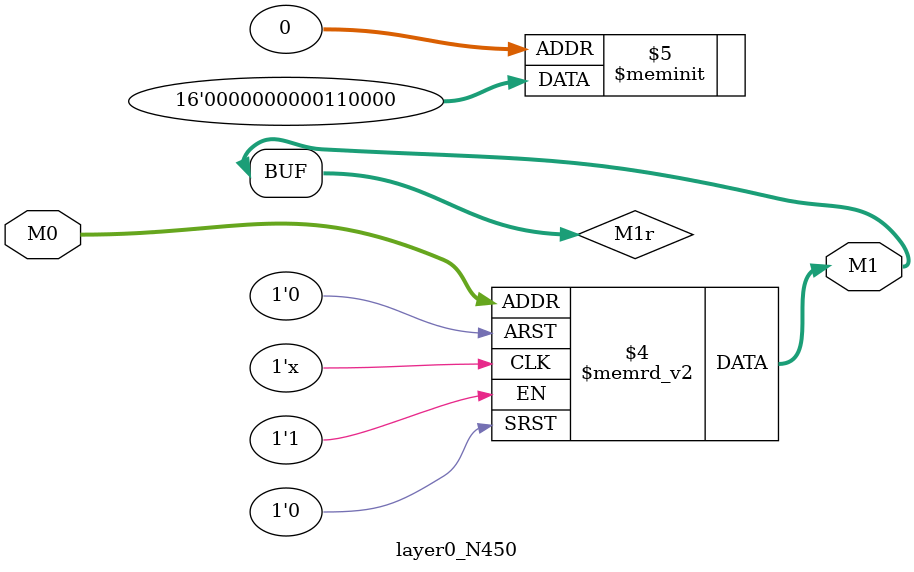
<source format=v>
module layer0_N450 ( input [2:0] M0, output [1:0] M1 );

	(*rom_style = "distributed" *) reg [1:0] M1r;
	assign M1 = M1r;
	always @ (M0) begin
		case (M0)
			3'b000: M1r = 2'b00;
			3'b100: M1r = 2'b00;
			3'b010: M1r = 2'b11;
			3'b110: M1r = 2'b00;
			3'b001: M1r = 2'b00;
			3'b101: M1r = 2'b00;
			3'b011: M1r = 2'b00;
			3'b111: M1r = 2'b00;

		endcase
	end
endmodule

</source>
